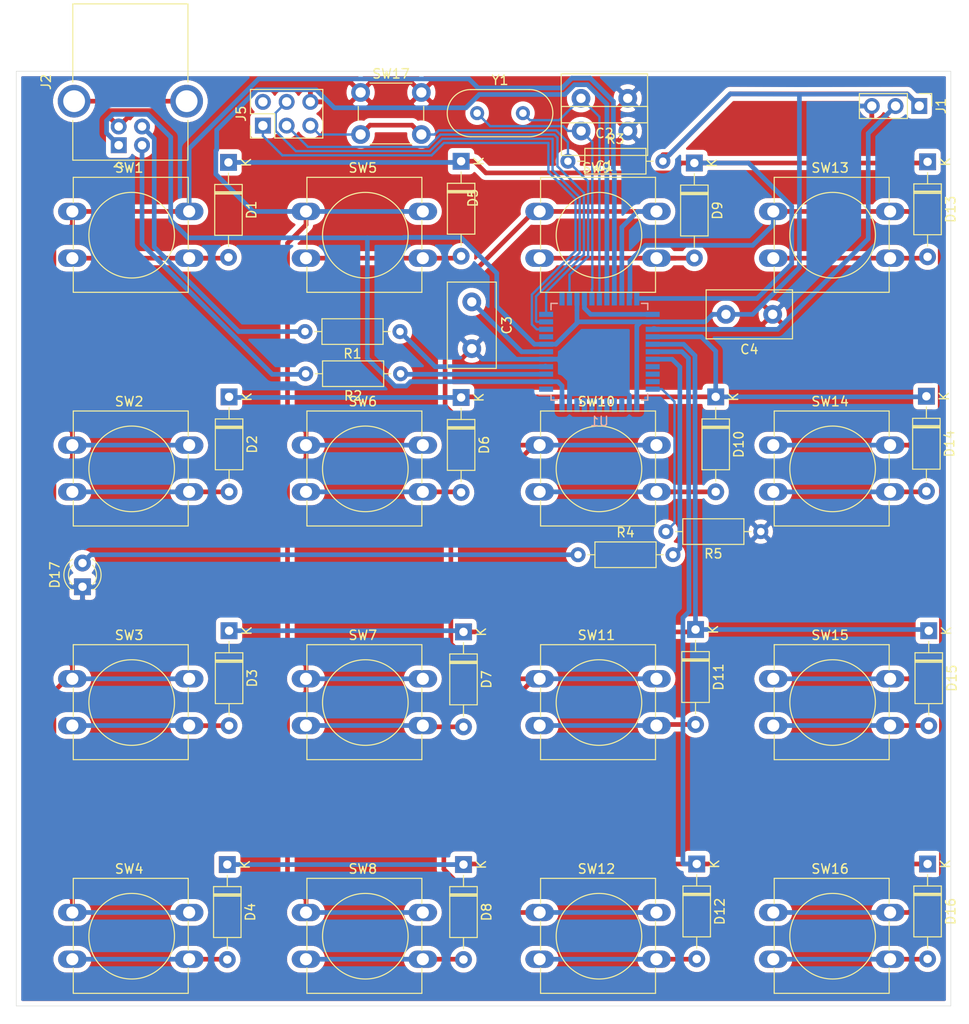
<source format=kicad_pcb>
(kicad_pcb (version 20171130) (host pcbnew "(5.1.8)-1")
  (layers (0 F.Cu signal) (31 B.Cu signal) (34 B.Paste user) (35 F.Paste user) (36 B.SilkS user hide) (37 F.SilkS user) (38 B.Mask user hide) (39 F.Mask user hide) (44 Edge.Cuts user))
  (net 0 "")
  (net 1 "Net-(U1-Pad42)")
  (net 2 "Net-(D1-Pad2)")
  (net 3 D7)
  (net 4 "Net-(D2-Pad2)")
  (net 5 "Net-(D3-Pad2)")
  (net 6 "Net-(D4-Pad2)")
  (net 7 "Net-(D5-Pad2)")
  (net 8 "Net-(D6-Pad2)")
  (net 9 "Net-(D7-Pad2)")
  (net 10 "Net-(D8-Pad2)")
  (net 11 "Net-(D9-Pad2)")
  (net 12 "Net-(D10-Pad2)")
  (net 13 "Net-(D11-Pad2)")
  (net 14 "Net-(D12-Pad2)")
  (net 15 "Net-(D13-Pad2)")
  (net 16 "Net-(D14-Pad2)")
  (net 17 "Net-(D15-Pad2)")
  (net 18 "Net-(D16-Pad2)")
  (net 19 D3)
  (net 20 D4)
  (net 21 D5)
  (net 22 D6)
  (net 23 D0)
  (net 24 D1)
  (net 25 D2)
  (net 26 GND)
  (net 27 B0)
  (net 28 +5V)
  (net 29 C7)
  (net 30 C6)
  (net 31 B6)
  (net 32 B5)
  (net 33 B4)
  (net 34 B7)
  (net 35 B3)
  (net 36 B2)
  (net 37 B1)
  (net 38 F0)
  (net 39 F1)
  (net 40 F4)
  (net 41 F5)
  (net 42 F6)
  (net 43 F7)
  (net 44 E2)
  (net 45 "Net-(J2-Pad5)")
  (net 46 "Net-(J2-Pad3)")
  (net 47 "Net-(J2-Pad2)")
  (net 48 E6)
  (net 49 Reset)
  (net 50 "Net-(R1-Pad1)")
  (net 51 "Net-(C1-Pad2)")
  (net 52 "Net-(C2-Pad2)")
  (net 53 "Net-(J5-Pad2)")
  (net 54 "Net-(C3-Pad1)")
  (net 55 "Net-(D17-Pad2)")
  (net 56 "Net-(R2-Pad1)")
  (module Resistor_THT:R_Axial_DIN0207_L6.3mm_D2.5mm_P10.16mm_Horizontal (layer F.Cu) (at 129.667 99.2505 180)
    (fp_text reference R5 (at 5.08 -2.37) (layer F.SilkS))
    (fp_text value 1k)
    (pad 2 thru_hole oval (at 10.16 0 180) (size 1.6 1.6) (drill 0.8) (layers *.Cu *.Mask) (net 44 E2))
    (pad 1 thru_hole circle (at 0 0 180) (size 1.6 1.6) (drill 0.8) (layers *.Cu *.Mask) (net 26 GND))
  )
  (module Resistor_THT:R_Axial_DIN0207_L6.3mm_D2.5mm_P10.16mm_Horizontal (layer F.Cu) (at 110.109 101.727)
    (fp_text reference R4 (at 5.08 -2.37) (layer F.SilkS))
    (fp_text value 1k)
    (pad 2 thru_hole oval (at 10.16 0) (size 1.6 1.6) (drill 0.8) (layers *.Cu *.Mask) (net 32 B5))
    (pad 1 thru_hole circle (at 0 0) (size 1.6 1.6) (drill 0.8) (layers *.Cu *.Mask) (net 55 "Net-(D17-Pad2)"))
  )
  (module LED_THT:LED_D3.0mm (layer F.Cu) (at 57.0865 105.156 90)
    (fp_text reference D17 (at 1.27 -2.96 90) (layer F.SilkS))
    (fp_text value LED)
    (pad 2 thru_hole circle (at 2.54 0 90) (size 1.8 1.8) (drill 0.9) (layers *.Cu *.Mask) (net 55 "Net-(D17-Pad2)"))
    (pad 1 thru_hole rect (at 0 0 90) (size 1.8 1.8) (drill 0.9) (layers *.Cu *.Mask) (net 26 GND))
  )
  (module Capacitor_THT:C_Disc_D9.0mm_W5.0mm_P5.00mm (layer F.Cu) (at 130.937 76.0095 180)
    (fp_text reference C4 (at 2.5 -3.75) (layer F.SilkS))
    (fp_text value 1uF)
    (pad 2 thru_hole circle (at 5 0 180) (size 2 2) (drill 1) (layers *.Cu *.Mask) (net 28 +5V))
    (pad 1 thru_hole circle (at 0 0 180) (size 2 2) (drill 1) (layers *.Cu *.Mask) (net 26 GND))
  )
  (module Capacitor_THT:C_Disc_D9.0mm_W5.0mm_P5.00mm (layer F.Cu) (at 98.7425 74.676 270)
    (fp_text reference C3 (at 2.5 -3.75 90) (layer F.SilkS))
    (fp_text value C)
    (pad 2 thru_hole circle (at 5 0 270) (size 2 2) (drill 1) (layers *.Cu *.Mask) (net 26 GND))
    (pad 1 thru_hole circle (at 0 0 270) (size 2 2) (drill 1) (layers *.Cu *.Mask) (net 54 "Net-(C3-Pad1)"))
  )
  (module Button_Switch_THT:SW_PUSH_6mm (layer F.Cu) (at 86.845 52.269)
    (fp_text reference SW17 (at 3.25 -2) (layer F.SilkS))
    (fp_text value SW)
    (pad 1 thru_hole circle (at 6.5 0 90) (size 2 2) (drill 1.1) (layers *.Cu *.Mask) (net 26 GND))
    (pad 2 thru_hole circle (at 6.5 4.5 90) (size 2 2) (drill 1.1) (layers *.Cu *.Mask) (net 49 Reset))
    (pad 1 thru_hole circle (at 0 0 90) (size 2 2) (drill 1.1) (layers *.Cu *.Mask) (net 26 GND))
    (pad 2 thru_hole circle (at 0 4.5 90) (size 2 2) (drill 1.1) (layers *.Cu *.Mask) (net 49 Reset))
  )
  (module Resistor_THT:R_Axial_DIN0207_L6.3mm_D2.5mm_P10.16mm_Horizontal (layer F.Cu) (at 109.0295 59.6265)
    (fp_text reference R3 (at 5.08 -2.37) (layer F.SilkS))
    (fp_text value 10K)
    (pad 2 thru_hole oval (at 10.16 0) (size 1.6 1.6) (drill 0.8) (layers *.Cu *.Mask) (net 28 +5V))
    (pad 1 thru_hole circle (at 0 0) (size 1.6 1.6) (drill 0.8) (layers *.Cu *.Mask) (net 49 Reset))
  )
  (module Crystal:Crystal_HC18-U_Vertical (layer F.Cu) (at 99.314 54.483)
    (fp_text reference Y1 (at 2.45 -3.525) (layer F.SilkS))
    (fp_text value Crystal)
    (pad 2 thru_hole circle (at 4.9 0) (size 1.5 1.5) (drill 0.8) (layers *.Cu *.Mask) (net 52 "Net-(C2-Pad2)"))
    (pad 1 thru_hole circle (at 0 0) (size 1.5 1.5) (drill 0.8) (layers *.Cu *.Mask) (net 51 "Net-(C1-Pad2)"))
  )
  (module Capacitor_THT:C_Disc_D9.0mm_W5.0mm_P5.00mm (layer F.Cu) (at 115.4265 52.8955 180)
    (fp_text reference C2 (at 2.5 -3.75) (layer F.SilkS))
    (fp_text value 22pF)
    (pad 2 thru_hole circle (at 5 0 180) (size 2 2) (drill 1) (layers *.Cu *.Mask) (net 52 "Net-(C2-Pad2)"))
    (pad 1 thru_hole circle (at 0 0 180) (size 2 2) (drill 1) (layers *.Cu *.Mask) (net 26 GND))
  )
  (module Capacitor_THT:C_Disc_D9.0mm_W5.0mm_P5.00mm (layer F.Cu) (at 115.443 56.388 180)
    (fp_text reference C1 (at 2.5 -3.75) (layer F.SilkS))
    (fp_text value 22pF)
    (pad 2 thru_hole circle (at 5 0 180) (size 2 2) (drill 1) (layers *.Cu *.Mask) (net 51 "Net-(C1-Pad2)"))
    (pad 1 thru_hole circle (at 0 0 180) (size 2 2) (drill 1) (layers *.Cu *.Mask) (net 26 GND))
  )
  (module Resistor_THT:R_Axial_DIN0207_L6.3mm_D2.5mm_P10.16mm_Horizontal (layer F.Cu) (at 91.1225 82.3595 180)
    (fp_text reference R2 (at 5.08 -2.37) (layer F.SilkS))
    (fp_text value 22R)
    (pad 2 thru_hole oval (at 10.16 0 180) (size 1.6 1.6) (drill 0.8) (layers *.Cu *.Mask) (net 47 "Net-(J2-Pad2)"))
    (pad 1 thru_hole circle (at 0 0 180) (size 1.6 1.6) (drill 0.8) (layers *.Cu *.Mask) (net 56 "Net-(R2-Pad1)"))
  )
  (module Resistor_THT:R_Axial_DIN0207_L6.3mm_D2.5mm_P10.16mm_Horizontal (layer F.Cu) (at 91.059 77.851 180)
    (fp_text reference R1 (at 5.08 -2.37) (layer F.SilkS))
    (fp_text value 22R)
    (pad 2 thru_hole oval (at 10.16 0 180) (size 1.6 1.6) (drill 0.8) (layers *.Cu *.Mask) (net 46 "Net-(J2-Pad3)"))
    (pad 1 thru_hole circle (at 0 0 180) (size 1.6 1.6) (drill 0.8) (layers *.Cu *.Mask) (net 50 "Net-(R1-Pad1)"))
  )
  (module Connector_PinHeader_2.54mm:PinHeader_2x03_P2.54mm_Vertical (layer F.Cu) (at 76.3905 55.8165 90)
    (fp_text reference J5 (at 1.27 -2.33 90) (layer F.SilkS))
    (fp_text value Conn_02x03_Odd_Even)
    (pad 6 thru_hole oval (at 2.54 5.08 90) (size 1.7 1.7) (drill 1) (layers *.Cu *.Mask) (net 26 GND))
    (pad 5 thru_hole oval (at 0 5.08 90) (size 1.7 1.7) (drill 1) (layers *.Cu *.Mask) (net 49 Reset))
    (pad 4 thru_hole oval (at 2.54 2.54 90) (size 1.7 1.7) (drill 1) (layers *.Cu *.Mask) (net 36 B2))
    (pad 3 thru_hole oval (at 0 2.54 90) (size 1.7 1.7) (drill 1) (layers *.Cu *.Mask) (net 35 B3))
    (pad 2 thru_hole oval (at 2.54 0 90) (size 1.7 1.7) (drill 1) (layers *.Cu *.Mask) (net 53 "Net-(J5-Pad2)"))
    (pad 1 thru_hole rect (at 0 0 90) (size 1.7 1.7) (drill 1) (layers *.Cu *.Mask) (net 37 B1))
  )
  (module Connector_USB:USB_B_OST_USB-B1HSxx_Horizontal (layer F.Cu) (at 60.96 57.912 90)
    (fp_text reference J2 (at 6.76 -7.77 90) (layer F.SilkS))
    (fp_text value USB_B)
    (pad 5 thru_hole circle (at 4.71 7.27 90) (size 3.5 3.5) (drill 2.33) (layers *.Cu *.Mask) (net 45 "Net-(J2-Pad5)"))
    (pad 5 thru_hole circle (at 4.71 -4.77 90) (size 3.5 3.5) (drill 2.33) (layers *.Cu *.Mask) (net 45 "Net-(J2-Pad5)"))
    (pad 4 thru_hole circle (at 2 0 90) (size 1.7 1.7) (drill 0.92) (layers *.Cu *.Mask) (net 26 GND))
    (pad 3 thru_hole circle (at 2 2.5 90) (size 1.7 1.7) (drill 0.92) (layers *.Cu *.Mask) (net 46 "Net-(J2-Pad3)"))
    (pad 2 thru_hole circle (at 0 2.5 90) (size 1.7 1.7) (drill 0.92) (layers *.Cu *.Mask) (net 47 "Net-(J2-Pad2)"))
    (pad 1 thru_hole rect (at 0 0 90) (size 1.7 1.7) (drill 0.92) (layers *.Cu *.Mask) (net 28 +5V))
  )
  (module Connector_PinHeader_2.54mm:PinHeader_1x03_P2.54mm_Vertical (layer F.Cu) (at 146.6215 53.721 270)
    (fp_text reference J1 (at 0 -2.33 90) (layer F.SilkS))
    (fp_text value Conn_01x03)
    (pad 3 thru_hole oval (at 0 5.08 270) (size 1.7 1.7) (drill 1) (layers *.Cu *.Mask) (net 26 GND))
    (pad 2 thru_hole oval (at 0 2.54 270) (size 1.7 1.7) (drill 1) (layers *.Cu *.Mask) (net 20 D4))
    (pad 1 thru_hole rect (at 0 0 270) (size 1.7 1.7) (drill 1) (layers *.Cu *.Mask) (net 28 +5V))
  )
  (module Button_Switch_THT:SW_PUSH-12mm (layer F.Cu) (at 106 90)
    (fp_text reference SW10 (at 6.08 -4.66) (layer F.SilkS))
    (fp_text value SW_DIP_x01)
    (pad 2 thru_hole oval (at 0 5) (size 3.048 1.85) (drill 1.3) (layers *.Cu *.Mask) (net 12 "Net-(D10-Pad2)"))
    (pad 1 thru_hole oval (at 0 0) (size 3.048 1.85) (drill 1.3) (layers *.Cu *.Mask) (net 25 D2))
    (pad 2 thru_hole oval (at 12.5 5) (size 3.048 1.85) (drill 1.3) (layers *.Cu *.Mask) (net 12 "Net-(D10-Pad2)"))
    (pad 1 thru_hole oval (at 12.5 0) (size 3.048 1.85) (drill 1.3) (layers *.Cu *.Mask) (net 25 D2))
  )
  (module Button_Switch_THT:SW_PUSH-12mm (layer F.Cu) (at 81 90)
    (fp_text reference SW6 (at 6.08 -4.66) (layer F.SilkS))
    (fp_text value SW_DIP_x01)
    (pad 2 thru_hole oval (at 0 5) (size 3.048 1.85) (drill 1.3) (layers *.Cu *.Mask) (net 8 "Net-(D6-Pad2)"))
    (pad 1 thru_hole oval (at 0 0) (size 3.048 1.85) (drill 1.3) (layers *.Cu *.Mask) (net 23 D0))
    (pad 2 thru_hole oval (at 12.5 5) (size 3.048 1.85) (drill 1.3) (layers *.Cu *.Mask) (net 8 "Net-(D6-Pad2)"))
    (pad 1 thru_hole oval (at 12.5 0) (size 3.048 1.85) (drill 1.3) (layers *.Cu *.Mask) (net 23 D0))
  )
  (module Diode_THT:D_A-405_P10.16mm_Horizontal (layer F.Cu) (at 147.5105 134.8105 270)
    (fp_text reference D16 (at 5.08 -2.47 90) (layer F.SilkS))
    (fp_text value D)
    (fp_text user K (at 0 -1.9 90) (layer F.SilkS))
    (pad 2 thru_hole oval (at 10.16 0 270) (size 1.8 1.8) (drill 0.9) (layers *.Cu *.Mask) (net 18 "Net-(D16-Pad2)"))
    (pad 1 thru_hole rect (at 0 0 270) (size 1.8 1.8) (drill 0.9) (layers *.Cu *.Mask) (net 33 B4))
  )
  (module Diode_THT:D_A-405_P10.16mm_Horizontal (layer F.Cu) (at 147.6375 109.855 270)
    (fp_text reference D15 (at 5.08 -2.47 90) (layer F.SilkS))
    (fp_text value D)
    (fp_text user K (at 0 -1.9 90) (layer F.SilkS))
    (pad 2 thru_hole oval (at 10.16 0 270) (size 1.8 1.8) (drill 0.9) (layers *.Cu *.Mask) (net 17 "Net-(D15-Pad2)"))
    (pad 1 thru_hole rect (at 0 0 270) (size 1.8 1.8) (drill 0.9) (layers *.Cu *.Mask) (net 3 D7))
  )
  (module Diode_THT:D_A-405_P10.16mm_Horizontal (layer F.Cu) (at 147.3835 84.7725 270)
    (fp_text reference D14 (at 5.08 -2.47 90) (layer F.SilkS))
    (fp_text value D)
    (fp_text user K (at 0 -1.9 90) (layer F.SilkS))
    (pad 2 thru_hole oval (at 10.16 0 270) (size 1.8 1.8) (drill 0.9) (layers *.Cu *.Mask) (net 16 "Net-(D14-Pad2)"))
    (pad 1 thru_hole rect (at 0 0 270) (size 1.8 1.8) (drill 0.9) (layers *.Cu *.Mask) (net 22 D6))
  )
  (module Diode_THT:D_A-405_P10.16mm_Horizontal (layer F.Cu) (at 147.5105 59.69 270)
    (fp_text reference D13 (at 5.08 -2.47 90) (layer F.SilkS))
    (fp_text value D)
    (fp_text user K (at 0 -1.9 90) (layer F.SilkS))
    (pad 2 thru_hole oval (at 10.16 0 270) (size 1.8 1.8) (drill 0.9) (layers *.Cu *.Mask) (net 15 "Net-(D13-Pad2)"))
    (pad 1 thru_hole rect (at 0 0 270) (size 1.8 1.8) (drill 0.9) (layers *.Cu *.Mask) (net 21 D5))
  )
  (module Diode_THT:D_A-405_P10.16mm_Horizontal (layer F.Cu) (at 122.809 134.8105 270)
    (fp_text reference D12 (at 5.08 -2.47 90) (layer F.SilkS))
    (fp_text value D)
    (fp_text user K (at 0 -1.9 90) (layer F.SilkS))
    (pad 2 thru_hole oval (at 10.16 0 270) (size 1.8 1.8) (drill 0.9) (layers *.Cu *.Mask) (net 14 "Net-(D12-Pad2)"))
    (pad 1 thru_hole rect (at 0 0 270) (size 1.8 1.8) (drill 0.9) (layers *.Cu *.Mask) (net 33 B4))
  )
  (module Diode_THT:D_A-405_P10.16mm_Horizontal (layer F.Cu) (at 122.682 109.728 270)
    (fp_text reference D11 (at 5.08 -2.47 90) (layer F.SilkS))
    (fp_text value D)
    (fp_text user K (at 0 -1.9 90) (layer F.SilkS))
    (pad 2 thru_hole oval (at 10.16 0 270) (size 1.8 1.8) (drill 0.9) (layers *.Cu *.Mask) (net 13 "Net-(D11-Pad2)"))
    (pad 1 thru_hole rect (at 0 0 270) (size 1.8 1.8) (drill 0.9) (layers *.Cu *.Mask) (net 3 D7))
  )
  (module Diode_THT:D_A-405_P10.16mm_Horizontal (layer F.Cu) (at 124.841 84.836 270)
    (fp_text reference D10 (at 5.08 -2.47 90) (layer F.SilkS))
    (fp_text value D)
    (fp_text user K (at 0 -1.9 90) (layer F.SilkS))
    (pad 2 thru_hole oval (at 10.16 0 270) (size 1.8 1.8) (drill 0.9) (layers *.Cu *.Mask) (net 12 "Net-(D10-Pad2)"))
    (pad 1 thru_hole rect (at 0 0 270) (size 1.8 1.8) (drill 0.9) (layers *.Cu *.Mask) (net 22 D6))
  )
  (module Diode_THT:D_A-405_P10.16mm_Horizontal (layer F.Cu) (at 122.555 59.817 270)
    (fp_text reference D9 (at 5.08 -2.47 90) (layer F.SilkS))
    (fp_text value D)
    (fp_text user K (at 0 -1.9 90) (layer F.SilkS))
    (pad 2 thru_hole oval (at 10.16 0 270) (size 1.8 1.8) (drill 0.9) (layers *.Cu *.Mask) (net 11 "Net-(D9-Pad2)"))
    (pad 1 thru_hole rect (at 0 0 270) (size 1.8 1.8) (drill 0.9) (layers *.Cu *.Mask) (net 21 D5))
  )
  (module Diode_THT:D_A-405_P10.16mm_Horizontal (layer F.Cu) (at 97.8535 134.874 270)
    (fp_text reference D8 (at 5.08 -2.47 90) (layer F.SilkS))
    (fp_text value D)
    (fp_text user K (at 0 -1.9 90) (layer F.SilkS))
    (pad 2 thru_hole oval (at 10.16 0 270) (size 1.8 1.8) (drill 0.9) (layers *.Cu *.Mask) (net 10 "Net-(D8-Pad2)"))
    (pad 1 thru_hole rect (at 0 0 270) (size 1.8 1.8) (drill 0.9) (layers *.Cu *.Mask) (net 33 B4))
  )
  (module Diode_THT:D_A-405_P10.16mm_Horizontal (layer F.Cu) (at 97.8535 109.982 270)
    (fp_text reference D7 (at 5.08 -2.47 90) (layer F.SilkS))
    (fp_text value D)
    (fp_text user K (at 0 -1.9 90) (layer F.SilkS))
    (pad 2 thru_hole oval (at 10.16 0 270) (size 1.8 1.8) (drill 0.9) (layers *.Cu *.Mask) (net 9 "Net-(D7-Pad2)"))
    (pad 1 thru_hole rect (at 0 0 270) (size 1.8 1.8) (drill 0.9) (layers *.Cu *.Mask) (net 3 D7))
  )
  (module Diode_THT:D_A-405_P10.16mm_Horizontal (layer F.Cu) (at 97.5995 84.8995 270)
    (fp_text reference D6 (at 5.08 -2.47 90) (layer F.SilkS))
    (fp_text value D)
    (fp_text user K (at 0 -1.9 90) (layer F.SilkS))
    (pad 2 thru_hole oval (at 10.16 0 270) (size 1.8 1.8) (drill 0.9) (layers *.Cu *.Mask) (net 8 "Net-(D6-Pad2)"))
    (pad 1 thru_hole rect (at 0 0 270) (size 1.8 1.8) (drill 0.9) (layers *.Cu *.Mask) (net 22 D6))
  )
  (module Diode_THT:D_A-405_P10.16mm_Horizontal (layer F.Cu) (at 97.5995 59.6265 270)
    (fp_text reference D5 (at 3.937 -1.27 90) (layer F.SilkS))
    (fp_text value D)
    (fp_text user K (at 0 -1.9 90) (layer F.SilkS))
    (pad 2 thru_hole oval (at 10.16 0 270) (size 1.8 1.8) (drill 0.9) (layers *.Cu *.Mask) (net 7 "Net-(D5-Pad2)"))
    (pad 1 thru_hole rect (at 0 0 270) (size 1.8 1.8) (drill 0.9) (layers *.Cu *.Mask) (net 21 D5))
  )
  (module Diode_THT:D_A-405_P10.16mm_Horizontal (layer F.Cu) (at 72.5805 134.874 270)
    (fp_text reference D4 (at 5.08 -2.47 90) (layer F.SilkS))
    (fp_text value D)
    (fp_text user K (at 0 -1.9 90) (layer F.SilkS))
    (pad 2 thru_hole oval (at 10.16 0 270) (size 1.8 1.8) (drill 0.9) (layers *.Cu *.Mask) (net 6 "Net-(D4-Pad2)"))
    (pad 1 thru_hole rect (at 0 0 270) (size 1.8 1.8) (drill 0.9) (layers *.Cu *.Mask) (net 33 B4))
  )
  (module Diode_THT:D_A-405_P10.16mm_Horizontal (layer F.Cu) (at 72.771 109.855 270)
    (fp_text reference D3 (at 5.08 -2.47 90) (layer F.SilkS))
    (fp_text value D)
    (fp_text user K (at 0 -1.9 90) (layer F.SilkS))
    (pad 2 thru_hole oval (at 10.16 0 270) (size 1.8 1.8) (drill 0.9) (layers *.Cu *.Mask) (net 5 "Net-(D3-Pad2)"))
    (pad 1 thru_hole rect (at 0 0 270) (size 1.8 1.8) (drill 0.9) (layers *.Cu *.Mask) (net 3 D7))
  )
  (module Diode_THT:D_A-405_P10.16mm_Horizontal (layer F.Cu) (at 72.771 84.836 270)
    (fp_text reference D2 (at 5.08 -2.47 90) (layer F.SilkS))
    (fp_text value D)
    (fp_text user K (at 0 -1.9 90) (layer F.SilkS))
    (pad 2 thru_hole oval (at 10.16 0 270) (size 1.8 1.8) (drill 0.9) (layers *.Cu *.Mask) (net 4 "Net-(D2-Pad2)"))
    (pad 1 thru_hole rect (at 0 0 270) (size 1.8 1.8) (drill 0.9) (layers *.Cu *.Mask) (net 22 D6))
  )
  (module Diode_THT:D_A-405_P10.16mm_Horizontal (layer F.Cu) (at 72.7075 59.7535 270)
    (fp_text reference D1 (at 5.08 -2.47 90) (layer F.SilkS))
    (fp_text value D)
    (fp_text user K (at 0 -1.9 90) (layer F.SilkS))
    (pad 2 thru_hole oval (at 10.16 0 270) (size 1.8 1.8) (drill 0.9) (layers *.Cu *.Mask) (net 2 "Net-(D1-Pad2)"))
    (pad 1 thru_hole rect (at 0 0 270) (size 1.8 1.8) (drill 0.9) (layers *.Cu *.Mask) (net 21 D5))
  )
  (module Button_Switch_THT:SW_PUSH-12mm (layer F.Cu) (at 131 65)
    (fp_text reference SW13 (at 6.08 -4.66) (layer F.SilkS))
    (fp_text value SW_DIP_x01)
    (pad 2 thru_hole oval (at 0 5) (size 3.048 1.85) (drill 1.3) (layers *.Cu *.Mask) (net 15 "Net-(D13-Pad2)"))
    (pad 1 thru_hole oval (at 0 0) (size 3.048 1.85) (drill 1.3) (layers *.Cu *.Mask) (net 19 D3))
    (pad 2 thru_hole oval (at 12.5 5) (size 3.048 1.85) (drill 1.3) (layers *.Cu *.Mask) (net 15 "Net-(D13-Pad2)"))
    (pad 1 thru_hole oval (at 12.5 0) (size 3.048 1.85) (drill 1.3) (layers *.Cu *.Mask) (net 19 D3))
  )
  (module Button_Switch_THT:SW_PUSH-12mm (layer F.Cu) (at 131 140)
    (fp_text reference SW16 (at 6.08 -4.66) (layer F.SilkS))
    (fp_text value SW_DIP_x01)
    (pad 2 thru_hole oval (at 0 5) (size 3.048 1.85) (drill 1.3) (layers *.Cu *.Mask) (net 18 "Net-(D16-Pad2)"))
    (pad 1 thru_hole oval (at 0 0) (size 3.048 1.85) (drill 1.3) (layers *.Cu *.Mask) (net 19 D3))
    (pad 2 thru_hole oval (at 12.5 5) (size 3.048 1.85) (drill 1.3) (layers *.Cu *.Mask) (net 18 "Net-(D16-Pad2)"))
    (pad 1 thru_hole oval (at 12.5 0) (size 3.048 1.85) (drill 1.3) (layers *.Cu *.Mask) (net 19 D3))
  )
  (module Button_Switch_THT:SW_PUSH-12mm (layer F.Cu) (at 131 115)
    (fp_text reference SW15 (at 6.08 -4.66) (layer F.SilkS))
    (fp_text value SW_DIP_x01)
    (pad 2 thru_hole oval (at 0 5) (size 3.048 1.85) (drill 1.3) (layers *.Cu *.Mask) (net 17 "Net-(D15-Pad2)"))
    (pad 1 thru_hole oval (at 0 0) (size 3.048 1.85) (drill 1.3) (layers *.Cu *.Mask) (net 19 D3))
    (pad 2 thru_hole oval (at 12.5 5) (size 3.048 1.85) (drill 1.3) (layers *.Cu *.Mask) (net 17 "Net-(D15-Pad2)"))
    (pad 1 thru_hole oval (at 12.5 0) (size 3.048 1.85) (drill 1.3) (layers *.Cu *.Mask) (net 19 D3))
  )
  (module Button_Switch_THT:SW_PUSH-12mm (layer F.Cu) (at 131 90)
    (fp_text reference SW14 (at 6.08 -4.66) (layer F.SilkS))
    (fp_text value SW_DIP_x01)
    (pad 2 thru_hole oval (at 0 5) (size 3.048 1.85) (drill 1.3) (layers *.Cu *.Mask) (net 16 "Net-(D14-Pad2)"))
    (pad 1 thru_hole oval (at 0 0) (size 3.048 1.85) (drill 1.3) (layers *.Cu *.Mask) (net 19 D3))
    (pad 2 thru_hole oval (at 12.5 5) (size 3.048 1.85) (drill 1.3) (layers *.Cu *.Mask) (net 16 "Net-(D14-Pad2)"))
    (pad 1 thru_hole oval (at 12.5 0) (size 3.048 1.85) (drill 1.3) (layers *.Cu *.Mask) (net 19 D3))
  )
  (module Button_Switch_THT:SW_PUSH-12mm (layer F.Cu) (at 106 140)
    (fp_text reference SW12 (at 6.08 -4.66) (layer F.SilkS))
    (fp_text value SW_DIP_x01)
    (pad 2 thru_hole oval (at 0 5) (size 3.048 1.85) (drill 1.3) (layers *.Cu *.Mask) (net 14 "Net-(D12-Pad2)"))
    (pad 1 thru_hole oval (at 0 0) (size 3.048 1.85) (drill 1.3) (layers *.Cu *.Mask) (net 25 D2))
    (pad 2 thru_hole oval (at 12.5 5) (size 3.048 1.85) (drill 1.3) (layers *.Cu *.Mask) (net 14 "Net-(D12-Pad2)"))
    (pad 1 thru_hole oval (at 12.5 0) (size 3.048 1.85) (drill 1.3) (layers *.Cu *.Mask) (net 25 D2))
  )
  (module Button_Switch_THT:SW_PUSH-12mm (layer F.Cu) (at 106 115)
    (fp_text reference SW11 (at 6.08 -4.66) (layer F.SilkS))
    (fp_text value SW_DIP_x01)
    (pad 2 thru_hole oval (at 0 5) (size 3.048 1.85) (drill 1.3) (layers *.Cu *.Mask) (net 13 "Net-(D11-Pad2)"))
    (pad 1 thru_hole oval (at 0 0) (size 3.048 1.85) (drill 1.3) (layers *.Cu *.Mask) (net 25 D2))
    (pad 2 thru_hole oval (at 12.5 5) (size 3.048 1.85) (drill 1.3) (layers *.Cu *.Mask) (net 13 "Net-(D11-Pad2)"))
    (pad 1 thru_hole oval (at 12.5 0) (size 3.048 1.85) (drill 1.3) (layers *.Cu *.Mask) (net 25 D2))
  )
  (module Button_Switch_THT:SW_PUSH-12mm (layer F.Cu) (at 106 65)
    (fp_text reference SW9 (at 6.08 -4.66) (layer F.SilkS))
    (fp_text value SW_DIP_x01)
    (pad 2 thru_hole oval (at 0 5) (size 3.048 1.85) (drill 1.3) (layers *.Cu *.Mask) (net 11 "Net-(D9-Pad2)"))
    (pad 1 thru_hole oval (at 0 0) (size 3.048 1.85) (drill 1.3) (layers *.Cu *.Mask) (net 25 D2))
    (pad 2 thru_hole oval (at 12.5 5) (size 3.048 1.85) (drill 1.3) (layers *.Cu *.Mask) (net 11 "Net-(D9-Pad2)"))
    (pad 1 thru_hole oval (at 12.5 0) (size 3.048 1.85) (drill 1.3) (layers *.Cu *.Mask) (net 25 D2))
  )
  (module Button_Switch_THT:SW_PUSH-12mm (layer F.Cu) (at 81 140)
    (fp_text reference SW8 (at 6.08 -4.66) (layer F.SilkS))
    (fp_text value SW_DIP_x01)
    (pad 2 thru_hole oval (at 0 5) (size 3.048 1.85) (drill 1.3) (layers *.Cu *.Mask) (net 10 "Net-(D8-Pad2)"))
    (pad 1 thru_hole oval (at 0 0) (size 3.048 1.85) (drill 1.3) (layers *.Cu *.Mask) (net 23 D0))
    (pad 2 thru_hole oval (at 12.5 5) (size 3.048 1.85) (drill 1.3) (layers *.Cu *.Mask) (net 10 "Net-(D8-Pad2)"))
    (pad 1 thru_hole oval (at 12.5 0) (size 3.048 1.85) (drill 1.3) (layers *.Cu *.Mask) (net 23 D0))
  )
  (module Package_QFP:TQFP-44_10x10mm_P0.8mm (layer B.Cu) (at 112.395 80.01)
    (fp_text reference U1 (at 0 7.45) (layer B.SilkS) (effects (justify mirror)))
    (fp_text value ATmega32U4-AU)
    (pad 44 smd rect (at -4 5.7 270) (size 1.5 0.55) (layers B.Cu B.Paste B.Mask) (net 28 +5V))
    (pad 43 smd rect (at -3.2 5.7 270) (size 1.5 0.55) (layers B.Cu B.Paste B.Mask) (net 26 GND))
    (pad 42 smd rect (at -2.4 5.7 270) (size 1.5 0.55) (layers B.Cu B.Paste B.Mask) (net 1 "Net-(U1-Pad42)"))
    (pad 41 smd rect (at -1.6 5.7 270) (size 1.5 0.55) (layers B.Cu B.Paste B.Mask) (net 38 F0))
    (pad 40 smd rect (at -0.8 5.7 270) (size 1.5 0.55) (layers B.Cu B.Paste B.Mask) (net 39 F1))
    (pad 39 smd rect (at 0 5.7 270) (size 1.5 0.55) (layers B.Cu B.Paste B.Mask) (net 40 F4))
    (pad 38 smd rect (at 0.8 5.7 270) (size 1.5 0.55) (layers B.Cu B.Paste B.Mask) (net 41 F5))
    (pad 37 smd rect (at 1.6 5.7 270) (size 1.5 0.55) (layers B.Cu B.Paste B.Mask) (net 42 F6))
    (pad 36 smd rect (at 2.4 5.7 270) (size 1.5 0.55) (layers B.Cu B.Paste B.Mask) (net 43 F7))
    (pad 35 smd rect (at 3.2 5.7 270) (size 1.5 0.55) (layers B.Cu B.Paste B.Mask) (net 26 GND))
    (pad 34 smd rect (at 4 5.7 270) (size 1.5 0.55) (layers B.Cu B.Paste B.Mask) (net 28 +5V))
    (pad 33 smd rect (at 5.7 4) (size 1.5 0.55) (layers B.Cu B.Paste B.Mask) (net 44 E2))
    (pad 32 smd rect (at 5.7 3.2) (size 1.5 0.55) (layers B.Cu B.Paste B.Mask) (net 29 C7))
    (pad 31 smd rect (at 5.7 2.4) (size 1.5 0.55) (layers B.Cu B.Paste B.Mask) (net 30 C6))
    (pad 30 smd rect (at 5.7 1.6) (size 1.5 0.55) (layers B.Cu B.Paste B.Mask) (net 31 B6))
    (pad 29 smd rect (at 5.7 0.8) (size 1.5 0.55) (layers B.Cu B.Paste B.Mask) (net 32 B5))
    (pad 28 smd rect (at 5.7 0) (size 1.5 0.55) (layers B.Cu B.Paste B.Mask) (net 33 B4))
    (pad 27 smd rect (at 5.7 -0.8) (size 1.5 0.55) (layers B.Cu B.Paste B.Mask) (net 3 D7))
    (pad 26 smd rect (at 5.7 -1.6) (size 1.5 0.55) (layers B.Cu B.Paste B.Mask) (net 22 D6))
    (pad 25 smd rect (at 5.7 -2.4) (size 1.5 0.55) (layers B.Cu B.Paste B.Mask) (net 20 D4))
    (pad 24 smd rect (at 5.7 -3.2) (size 1.5 0.55) (layers B.Cu B.Paste B.Mask) (net 28 +5V))
    (pad 23 smd rect (at 5.7 -4) (size 1.5 0.55) (layers B.Cu B.Paste B.Mask) (net 26 GND))
    (pad 22 smd rect (at 4 -5.7 270) (size 1.5 0.55) (layers B.Cu B.Paste B.Mask) (net 21 D5))
    (pad 21 smd rect (at 3.2 -5.7 270) (size 1.5 0.55) (layers B.Cu B.Paste B.Mask) (net 19 D3))
    (pad 20 smd rect (at 2.4 -5.7 270) (size 1.5 0.55) (layers B.Cu B.Paste B.Mask) (net 25 D2))
    (pad 19 smd rect (at 1.6 -5.7 270) (size 1.5 0.55) (layers B.Cu B.Paste B.Mask) (net 24 D1))
    (pad 18 smd rect (at 0.8 -5.7 270) (size 1.5 0.55) (layers B.Cu B.Paste B.Mask) (net 23 D0))
    (pad 17 smd rect (at 0 -5.7 270) (size 1.5 0.55) (layers B.Cu B.Paste B.Mask) (net 52 "Net-(C2-Pad2)"))
    (pad 16 smd rect (at -0.8 -5.7 270) (size 1.5 0.55) (layers B.Cu B.Paste B.Mask) (net 51 "Net-(C1-Pad2)"))
    (pad 15 smd rect (at -1.6 -5.7 270) (size 1.5 0.55) (layers B.Cu B.Paste B.Mask) (net 26 GND))
    (pad 14 smd rect (at -2.4 -5.7 270) (size 1.5 0.55) (layers B.Cu B.Paste B.Mask) (net 28 +5V))
    (pad 13 smd rect (at -3.2 -5.7 270) (size 1.5 0.55) (layers B.Cu B.Paste B.Mask) (net 49 Reset))
    (pad 12 smd rect (at -4 -5.7 270) (size 1.5 0.55) (layers B.Cu B.Paste B.Mask) (net 34 B7))
    (pad 11 smd rect (at -5.7 -4) (size 1.5 0.55) (layers B.Cu B.Paste B.Mask) (net 35 B3))
    (pad 10 smd rect (at -5.7 -3.2) (size 1.5 0.55) (layers B.Cu B.Paste B.Mask) (net 36 B2))
    (pad 9 smd rect (at -5.7 -2.4) (size 1.5 0.55) (layers B.Cu B.Paste B.Mask) (net 37 B1))
    (pad 8 smd rect (at -5.7 -1.6) (size 1.5 0.55) (layers B.Cu B.Paste B.Mask) (net 27 B0))
    (pad 7 smd rect (at -5.7 -0.8) (size 1.5 0.55) (layers B.Cu B.Paste B.Mask) (net 28 +5V))
    (pad 6 smd rect (at -5.7 0) (size 1.5 0.55) (layers B.Cu B.Paste B.Mask) (net 54 "Net-(C3-Pad1)"))
    (pad 5 smd rect (at -5.7 0.8) (size 1.5 0.55) (layers B.Cu B.Paste B.Mask) (net 26 GND))
    (pad 4 smd rect (at -5.7 1.6) (size 1.5 0.55) (layers B.Cu B.Paste B.Mask) (net 50 "Net-(R1-Pad1)"))
    (pad 3 smd rect (at -5.7 2.4) (size 1.5 0.55) (layers B.Cu B.Paste B.Mask) (net 56 "Net-(R2-Pad1)"))
    (pad 2 smd rect (at -5.7 3.2) (size 1.5 0.55) (layers B.Cu B.Paste B.Mask) (net 28 +5V))
    (pad 1 smd rect (at -5.7 4) (size 1.5 0.55) (layers B.Cu B.Paste B.Mask) (net 48 E6))
  )
  (module Button_Switch_THT:SW_PUSH-12mm (layer F.Cu) (at 81 115)
    (fp_text reference SW7 (at 6.08 -4.66) (layer F.SilkS))
    (fp_text value SW_DIP_x01)
    (pad 2 thru_hole oval (at 0 5) (size 3.048 1.85) (drill 1.3) (layers *.Cu *.Mask) (net 9 "Net-(D7-Pad2)"))
    (pad 1 thru_hole oval (at 0 0) (size 3.048 1.85) (drill 1.3) (layers *.Cu *.Mask) (net 23 D0))
    (pad 2 thru_hole oval (at 12.5 5) (size 3.048 1.85) (drill 1.3) (layers *.Cu *.Mask) (net 9 "Net-(D7-Pad2)"))
    (pad 1 thru_hole oval (at 12.5 0) (size 3.048 1.85) (drill 1.3) (layers *.Cu *.Mask) (net 23 D0))
  )
  (module Button_Switch_THT:SW_PUSH-12mm (layer F.Cu) (at 81 65)
    (fp_text reference SW5 (at 6.08 -4.66) (layer F.SilkS))
    (fp_text value SW_DIP_x01)
    (pad 2 thru_hole oval (at 0 5) (size 3.048 1.85) (drill 1.3) (layers *.Cu *.Mask) (net 7 "Net-(D5-Pad2)"))
    (pad 1 thru_hole oval (at 0 0) (size 3.048 1.85) (drill 1.3) (layers *.Cu *.Mask) (net 23 D0))
    (pad 2 thru_hole oval (at 12.5 5) (size 3.048 1.85) (drill 1.3) (layers *.Cu *.Mask) (net 7 "Net-(D5-Pad2)"))
    (pad 1 thru_hole oval (at 12.5 0) (size 3.048 1.85) (drill 1.3) (layers *.Cu *.Mask) (net 23 D0))
  )
  (module Button_Switch_THT:SW_PUSH-12mm (layer F.Cu) (at 56 140)
    (fp_text reference SW4 (at 6.08 -4.66) (layer F.SilkS))
    (fp_text value SW_DIP_x01)
    (pad 2 thru_hole oval (at 0 5) (size 3.048 1.85) (drill 1.3) (layers *.Cu *.Mask) (net 6 "Net-(D4-Pad2)"))
    (pad 1 thru_hole oval (at 0 0) (size 3.048 1.85) (drill 1.3) (layers *.Cu *.Mask) (net 24 D1))
    (pad 2 thru_hole oval (at 12.5 5) (size 3.048 1.85) (drill 1.3) (layers *.Cu *.Mask) (net 6 "Net-(D4-Pad2)"))
    (pad 1 thru_hole oval (at 12.5 0) (size 3.048 1.85) (drill 1.3) (layers *.Cu *.Mask) (net 24 D1))
  )
  (module Button_Switch_THT:SW_PUSH-12mm (layer F.Cu) (at 56 115)
    (fp_text reference SW3 (at 6.08 -4.66) (layer F.SilkS))
    (fp_text value SW_DIP_x01)
    (pad 2 thru_hole oval (at 0 5) (size 3.048 1.85) (drill 1.3) (layers *.Cu *.Mask) (net 5 "Net-(D3-Pad2)"))
    (pad 1 thru_hole oval (at 0 0) (size 3.048 1.85) (drill 1.3) (layers *.Cu *.Mask) (net 24 D1))
    (pad 2 thru_hole oval (at 12.5 5) (size 3.048 1.85) (drill 1.3) (layers *.Cu *.Mask) (net 5 "Net-(D3-Pad2)"))
    (pad 1 thru_hole oval (at 12.5 0) (size 3.048 1.85) (drill 1.3) (layers *.Cu *.Mask) (net 24 D1))
  )
  (module Button_Switch_THT:SW_PUSH-12mm (layer F.Cu) (at 56 90)
    (fp_text reference SW2 (at 6.08 -4.66) (layer F.SilkS))
    (fp_text value SW_DIP_x01)
    (pad 2 thru_hole oval (at 0 5) (size 3.048 1.85) (drill 1.3) (layers *.Cu *.Mask) (net 4 "Net-(D2-Pad2)"))
    (pad 1 thru_hole oval (at 0 0) (size 3.048 1.85) (drill 1.3) (layers *.Cu *.Mask) (net 24 D1))
    (pad 2 thru_hole oval (at 12.5 5) (size 3.048 1.85) (drill 1.3) (layers *.Cu *.Mask) (net 4 "Net-(D2-Pad2)"))
    (pad 1 thru_hole oval (at 12.5 0) (size 3.048 1.85) (drill 1.3) (layers *.Cu *.Mask) (net 24 D1))
  )
  (module Button_Switch_THT:SW_PUSH-12mm (layer F.Cu) (at 56 65)
    (fp_text reference SW1 (at 6.08 -4.66) (layer F.SilkS))
    (fp_text value SW_DIP_x01)
    (pad 2 thru_hole oval (at 0 5) (size 3.048 1.85) (drill 1.3) (layers *.Cu *.Mask) (net 2 "Net-(D1-Pad2)"))
    (pad 1 thru_hole oval (at 0 0) (size 3.048 1.85) (drill 1.3) (layers *.Cu *.Mask) (net 24 D1))
    (pad 2 thru_hole oval (at 12.5 5) (size 3.048 1.85) (drill 1.3) (layers *.Cu *.Mask) (net 2 "Net-(D1-Pad2)"))
    (pad 1 thru_hole oval (at 12.5 0) (size 3.048 1.85) (drill 1.3) (layers *.Cu *.Mask) (net 24 D1))
  )
  (gr_line (start 50 50) (end 50 150) (layer Edge.Cuts) (width 0.05))
  (gr_line (start 50 150) (end 150 150) (layer Edge.Cuts) (width 0.05))
  (gr_line (start 150 50) (end 150 150) (layer Edge.Cuts) (width 0.05))
  (gr_line (start 50 50) (end 150 50) (layer Edge.Cuts) (width 0.05))
  (segment (start 68.5 70) (end 70.524 70) (width 0.5) (layer F.Cu) (net 2))
  (segment (start 72.621 70) (end 72.7075 69.9135) (width 0.5) (layer F.Cu) (net 2))
  (segment (start 68.5 70) (end 72.621 70) (width 0.5) (layer F.Cu) (net 2))
  (segment (start 58.024 70) (end 68.5 70) (width 0.5) (layer F.Cu) (net 2))
  (segment (start 56 70) (end 58.024 70) (width 0.5) (layer F.Cu) (net 2))
  (segment (start 97.7265 109.855) (end 97.8535 109.982) (width 0.5) (layer F.Cu) (net 3))
  (segment (start 122.428 109.982) (end 122.682 109.728) (width 0.5) (layer F.Cu) (net 3))
  (segment (start 97.8535 109.982) (end 122.428 109.982) (width 0.5) (layer F.Cu) (net 3))
  (segment (start 147.5105 109.728) (end 147.6375 109.855) (width 0.5) (layer F.Cu) (net 3))
  (segment (start 97.7265 109.855) (end 97.8535 109.982) (width 0.5) (layer B.Cu) (net 3))
  (segment (start 72.771 109.855) (end 97.7265 109.855) (width 0.5) (layer B.Cu) (net 3))
  (segment (start 122.6185 80.417038) (end 122.6185 80.4545) (width 0.5) (layer B.Cu) (net 3))
  (segment (start 121.411462 79.21) (end 122.6185 80.417038) (width 0.5) (layer B.Cu) (net 3))
  (segment (start 118.095 79.21) (end 121.411462 79.21) (width 0.5) (layer B.Cu) (net 3))
  (segment (start 122.682 109.728) (end 122.6185 80.4545) (width 0.5) (layer B.Cu) (net 3))
  (segment (start 147.5105 109.728) (end 147.6375 109.855) (width 0.5) (layer B.Cu) (net 3))
  (segment (start 122.682 109.728) (end 147.5105 109.728) (width 0.5) (layer B.Cu) (net 3))
  (segment (start 72.767 95) (end 72.771 94.996) (width 0.5) (layer F.Cu) (net 4))
  (segment (start 68.5 95) (end 72.767 95) (width 0.5) (layer F.Cu) (net 4))
  (segment (start 56 95) (end 68.5 95) (width 0.5) (layer B.Cu) (net 4))
  (segment (start 68.515 120.015) (end 68.5 120) (width 0.5) (layer F.Cu) (net 5))
  (segment (start 72.771 120.015) (end 68.515 120.015) (width 0.5) (layer F.Cu) (net 5))
  (segment (start 56 120) (end 68.5 120) (width 0.5) (layer B.Cu) (net 5))
  (segment (start 72.5465 145) (end 72.5805 145.034) (width 0.5) (layer F.Cu) (net 6))
  (segment (start 68.5 145) (end 72.5465 145) (width 0.5) (layer F.Cu) (net 6))
  (segment (start 56 145) (end 68.5 145) (width 0.5) (layer B.Cu) (net 6))
  (segment (start 97.386 70) (end 97.5995 69.7865) (width 0.5) (layer F.Cu) (net 7))
  (segment (start 93.5 70) (end 97.386 70) (width 0.5) (layer F.Cu) (net 7))
  (segment (start 81 70) (end 93.5 70) (width 0.5) (layer F.Cu) (net 7))
  (segment (start 97.54 95) (end 97.5995 95.0595) (width 0.5) (layer F.Cu) (net 8))
  (segment (start 93.5 95) (end 97.54 95) (width 0.5) (layer F.Cu) (net 8))
  (segment (start 81 95) (end 93.5 95) (width 0.5) (layer B.Cu) (net 8))
  (segment (start 93.642 120.142) (end 93.5 120) (width 0.5) (layer F.Cu) (net 9))
  (segment (start 97.8535 120.142) (end 93.642 120.142) (width 0.5) (layer F.Cu) (net 9))
  (segment (start 81 120) (end 93.5 120) (width 0.5) (layer B.Cu) (net 9))
  (segment (start 97.8195 145) (end 97.8535 145.034) (width 0.5) (layer F.Cu) (net 10))
  (segment (start 93.5 145) (end 97.8195 145) (width 0.5) (layer F.Cu) (net 10))
  (segment (start 81 145) (end 93.5 145) (width 0.5) (layer B.Cu) (net 10))
  (segment (start 118.5 70) (end 120.524 70) (width 0.5) (layer F.Cu) (net 11))
  (segment (start 118.5 70) (end 122.659 70) (width 0.5) (layer F.Cu) (net 11))
  (segment (start 122.636 69.977) (end 122.555 69.977) (width 0.5) (layer F.Cu) (net 11))
  (segment (start 122.659 70) (end 122.636 69.977) (width 0.5) (layer F.Cu) (net 11))
  (segment (start 106 70) (end 118.5 70) (width 0.5) (layer F.Cu) (net 11))
  (segment (start 118.5 95) (end 120.524 95) (width 0.5) (layer F.Cu) (net 12))
  (segment (start 118.5 95) (end 124.71 95) (width 0.5) (layer F.Cu) (net 12))
  (segment (start 124.714 94.996) (end 124.841 94.996) (width 0.5) (layer F.Cu) (net 12))
  (segment (start 124.71 95) (end 124.714 94.996) (width 0.5) (layer F.Cu) (net 12))
  (segment (start 106 95) (end 118.5 95) (width 0.5) (layer B.Cu) (net 12))
  (segment (start 118.612 119.888) (end 118.5 120) (width 0.5) (layer F.Cu) (net 13))
  (segment (start 122.682 119.888) (end 118.612 119.888) (width 0.5) (layer F.Cu) (net 13))
  (segment (start 108.024 120) (end 118.5 120) (width 0.5) (layer B.Cu) (net 13))
  (segment (start 106 120) (end 108.024 120) (width 0.5) (layer B.Cu) (net 13))
  (segment (start 122.7795 145) (end 122.809 144.9705) (width 0.5) (layer F.Cu) (net 14))
  (segment (start 118.5 145) (end 122.7795 145) (width 0.5) (layer F.Cu) (net 14))
  (segment (start 106 145) (end 118.5 145) (width 0.5) (layer B.Cu) (net 14))
  (segment (start 147.3605 70) (end 147.5105 69.85) (width 0.5) (layer F.Cu) (net 15))
  (segment (start 143.5 70) (end 147.3605 70) (width 0.5) (layer F.Cu) (net 15))
  (segment (start 133.024 70) (end 143.5 70) (width 0.5) (layer F.Cu) (net 15))
  (segment (start 131 70) (end 133.024 70) (width 0.5) (layer F.Cu) (net 15))
  (segment (start 147.316 95) (end 147.3835 94.9325) (width 0.5) (layer F.Cu) (net 16))
  (segment (start 143.5 95) (end 147.316 95) (width 0.5) (layer F.Cu) (net 16))
  (segment (start 131 95) (end 143.5 95) (width 0.5) (layer B.Cu) (net 16))
  (segment (start 147.6225 120) (end 147.6375 120.015) (width 0.5) (layer F.Cu) (net 17))
  (segment (start 143.5 120) (end 147.6225 120) (width 0.5) (layer F.Cu) (net 17))
  (segment (start 131 120) (end 143.5 120) (width 0.5) (layer B.Cu) (net 17))
  (segment (start 147.481 145) (end 147.5105 144.9705) (width 0.5) (layer F.Cu) (net 18))
  (segment (start 143.5 145) (end 147.481 145) (width 0.5) (layer F.Cu) (net 18))
  (segment (start 133.024 145) (end 143.5 145) (width 0.5) (layer B.Cu) (net 18))
  (segment (start 131 145) (end 133.024 145) (width 0.5) (layer B.Cu) (net 18))
  (segment (start 148.860501 68.336501) (end 148.860501 86.663499) (width 0.5) (layer F.Cu) (net 19))
  (segment (start 145.524 65) (end 148.860501 68.336501) (width 0.5) (layer F.Cu) (net 19))
  (segment (start 148.860501 86.663499) (end 145.524 90) (width 0.5) (layer F.Cu) (net 19))
  (segment (start 143.5 65) (end 145.524 65) (width 0.5) (layer F.Cu) (net 19))
  (segment (start 148.987501 93.463501) (end 148.987501 111.536499) (width 0.5) (layer F.Cu) (net 19))
  (segment (start 145.524 90) (end 148.987501 93.463501) (width 0.5) (layer F.Cu) (net 19))
  (segment (start 148.987501 111.536499) (end 145.524 115) (width 0.5) (layer F.Cu) (net 19))
  (segment (start 143.5 90) (end 145.524 90) (width 0.5) (layer F.Cu) (net 19))
  (segment (start 148.987501 136.536499) (end 145.524 140) (width 0.5) (layer F.Cu) (net 19))
  (segment (start 148.987501 118.463501) (end 148.987501 136.536499) (width 0.5) (layer F.Cu) (net 19))
  (segment (start 145.524 115) (end 148.987501 118.463501) (width 0.5) (layer F.Cu) (net 19))
  (segment (start 145.524 140) (end 143.5 140) (width 0.5) (layer F.Cu) (net 19))
  (segment (start 143.5 115) (end 145.524 115) (width 0.5) (layer F.Cu) (net 19))
  (segment (start 115.669999 74.235001) (end 115.595 74.31) (width 0.5) (layer B.Cu) (net 19))
  (segment (start 115.669999 70.286444) (end 115.669999 74.235001) (width 0.5) (layer B.Cu) (net 19))
  (segment (start 117.331453 68.62499) (end 115.669999 70.286444) (width 0.5) (layer B.Cu) (net 19))
  (segment (start 128.80001 68.62499) (end 117.331453 68.62499) (width 0.5) (layer B.Cu) (net 19))
  (segment (start 131 66.425) (end 128.80001 68.62499) (width 0.5) (layer B.Cu) (net 19))
  (segment (start 131 65) (end 131 66.425) (width 0.5) (layer B.Cu) (net 19))
  (segment (start 131 140) (end 143.5 140) (width 0.5) (layer B.Cu) (net 19))
  (segment (start 133.024 65) (end 143.5 65) (width 0.5) (layer F.Cu) (net 19))
  (segment (start 131 65) (end 133.024 65) (width 0.5) (layer F.Cu) (net 19))
  (segment (start 131 90) (end 143.5 90) (width 0.5) (layer B.Cu) (net 19))
  (segment (start 131 115) (end 143.5 115) (width 0.5) (layer B.Cu) (net 19))
  (segment (start 118.377 77.61) (end 118.302001 77.535001) (width 0.5) (layer B.Cu) (net 20))
  (segment (start 118.169999 77.535001) (end 118.095 77.61) (width 0.5) (layer B.Cu) (net 20))
  (segment (start 118.302001 77.535001) (end 118.169999 77.535001) (width 0.5) (layer B.Cu) (net 20))
  (segment (start 143.231501 54.570999) (end 144.0815 53.721) (width 0.5) (layer B.Cu) (net 20))
  (segment (start 141.1605 67.932002) (end 141.1605 56.642) (width 0.5) (layer B.Cu) (net 20))
  (segment (start 141.1605 56.642) (end 143.231501 54.570999) (width 0.5) (layer B.Cu) (net 20))
  (segment (start 131.482502 77.61) (end 141.1605 67.932002) (width 0.5) (layer B.Cu) (net 20))
  (segment (start 118.095 77.61) (end 131.482502 77.61) (width 0.5) (layer B.Cu) (net 20))
  (segment (start 97.4725 59.7535) (end 97.5995 59.6265) (width 0.5) (layer F.Cu) (net 21))
  (segment (start 122.3645 59.6265) (end 122.555 59.817) (width 0.5) (layer F.Cu) (net 21))
  (segment (start 147.3835 59.817) (end 147.5105 59.69) (width 0.5) (layer F.Cu) (net 21))
  (segment (start 122.555 59.817) (end 147.3835 59.817) (width 0.5) (layer F.Cu) (net 21))
  (segment (start 97.4725 59.7535) (end 97.5995 59.6265) (width 0.5) (layer B.Cu) (net 21))
  (segment (start 72.7075 59.7535) (end 97.4725 59.7535) (width 0.5) (layer B.Cu) (net 21))
  (segment (start 117.17 74.31) (end 116.395 74.31) (width 0.5) (layer B.Cu) (net 21))
  (segment (start 129.271 74.31) (end 117.17 74.31) (width 0.5) (layer B.Cu) (net 21))
  (segment (start 132.97401 70.60699) (end 129.271 74.31) (width 0.5) (layer B.Cu) (net 21))
  (segment (start 132.97401 64.430453) (end 132.97401 70.60699) (width 0.5) (layer B.Cu) (net 21))
  (segment (start 128.360557 59.817) (end 132.97401 64.430453) (width 0.5) (layer B.Cu) (net 21))
  (segment (start 122.555 59.817) (end 128.360557 59.817) (width 0.5) (layer B.Cu) (net 21))
  (segment (start 121.155 59.817) (end 122.555 59.817) (width 0.5) (layer F.Cu) (net 21))
  (segment (start 120.095499 60.876501) (end 121.155 59.817) (width 0.5) (layer F.Cu) (net 21))
  (segment (start 100.249501 60.876501) (end 120.095499 60.876501) (width 0.5) (layer F.Cu) (net 21))
  (segment (start 98.9995 59.6265) (end 100.249501 60.876501) (width 0.5) (layer F.Cu) (net 21))
  (segment (start 97.5995 59.6265) (end 98.9995 59.6265) (width 0.5) (layer F.Cu) (net 21))
  (segment (start 124.9045 84.7725) (end 124.841 84.836) (width 0.5) (layer F.Cu) (net 22))
  (segment (start 97.663 84.836) (end 97.5995 84.8995) (width 0.5) (layer F.Cu) (net 22))
  (segment (start 124.841 84.836) (end 97.663 84.836) (width 0.5) (layer F.Cu) (net 22))
  (segment (start 72.8345 84.8995) (end 72.771 84.836) (width 0.5) (layer F.Cu) (net 22))
  (segment (start 72.8345 84.8995) (end 72.771 84.836) (width 0.5) (layer B.Cu) (net 22))
  (segment (start 97.5995 84.8995) (end 72.8345 84.8995) (width 0.5) (layer B.Cu) (net 22))
  (segment (start 118.095 78.41) (end 123.3045 78.41) (width 0.5) (layer B.Cu) (net 22))
  (segment (start 123.3045 78.41) (end 124.841 79.9465) (width 0.5) (layer B.Cu) (net 22))
  (segment (start 124.841 84.836) (end 124.841 79.9465) (width 0.5) (layer B.Cu) (net 22))
  (segment (start 147.32 84.836) (end 147.3835 84.7725) (width 0.5) (layer B.Cu) (net 22))
  (segment (start 124.841 84.836) (end 147.32 84.836) (width 0.5) (layer B.Cu) (net 22))
  (segment (start 81 116.425) (end 81 115) (width 0.5) (layer F.Cu) (net 23))
  (segment (start 79.02599 118.39901) (end 81 116.425) (width 0.5) (layer F.Cu) (net 23))
  (segment (start 79.02599 136.60099) (end 79.02599 118.39901) (width 0.5) (layer F.Cu) (net 23))
  (segment (start 81 138.575) (end 79.02599 136.60099) (width 0.5) (layer F.Cu) (net 23))
  (segment (start 81 140) (end 81 138.575) (width 0.5) (layer F.Cu) (net 23))
  (segment (start 81 91.425) (end 81 90) (width 0.5) (layer F.Cu) (net 23))
  (segment (start 79.02599 93.39901) (end 81 91.425) (width 0.5) (layer F.Cu) (net 23))
  (segment (start 79.02599 111.60099) (end 79.02599 93.39901) (width 0.5) (layer F.Cu) (net 23))
  (segment (start 81 113.575) (end 79.02599 111.60099) (width 0.5) (layer F.Cu) (net 23))
  (segment (start 81 115) (end 81 113.575) (width 0.5) (layer F.Cu) (net 23))
  (segment (start 81 66.425) (end 81 65) (width 0.5) (layer F.Cu) (net 23))
  (segment (start 79.02599 68.39901) (end 81 66.425) (width 0.5) (layer F.Cu) (net 23))
  (segment (start 79.02599 86.60099) (end 79.02599 68.39901) (width 0.5) (layer F.Cu) (net 23))
  (segment (start 81 88.575) (end 79.02599 86.60099) (width 0.5) (layer F.Cu) (net 23))
  (segment (start 81 90) (end 81 88.575) (width 0.5) (layer F.Cu) (net 23))
  (segment (start 111.122501 51.445499) (end 113.195 53.517998) (width 0.5) (layer B.Cu) (net 23))
  (segment (start 109.730499 51.445499) (end 111.122501 51.445499) (width 0.5) (layer B.Cu) (net 23))
  (segment (start 108.691499 52.484499) (end 109.730499 51.445499) (width 0.5) (layer B.Cu) (net 23))
  (segment (start 113.195 60.946814) (end 113.195 74.31) (width 0.5) (layer B.Cu) (net 23))
  (segment (start 113.195 53.517998) (end 113.195 60.946814) (width 0.5) (layer B.Cu) (net 23))
  (segment (start 71.357499 61.013501) (end 71.357499 58.493499) (width 0.5) (layer B.Cu) (net 23))
  (segment (start 75.343998 65) (end 71.357499 61.013501) (width 0.5) (layer B.Cu) (net 23))
  (segment (start 81 65) (end 75.343998 65) (width 0.5) (layer B.Cu) (net 23))
  (segment (start 99.536501 52.484497) (end 108.691502 52.484497) (width 0.5) (layer B.Cu) (net 23))
  (segment (start 84.025001 53.906999) (end 98.113999 53.906999) (width 0.5) (layer B.Cu) (net 23))
  (segment (start 82.094501 51.976499) (end 84.025001 53.906999) (width 0.5) (layer B.Cu) (net 23))
  (segment (start 75.766499 51.976499) (end 82.094501 51.976499) (width 0.5) (layer B.Cu) (net 23))
  (segment (start 108.691502 52.484497) (end 108.9725 52.203499) (width 0.5) (layer B.Cu) (net 23))
  (segment (start 71.447499 56.295499) (end 75.766499 51.976499) (width 0.5) (layer B.Cu) (net 23))
  (segment (start 71.447499 58.403499) (end 71.447499 56.295499) (width 0.5) (layer B.Cu) (net 23))
  (segment (start 98.113999 53.906999) (end 99.536501 52.484497) (width 0.5) (layer B.Cu) (net 23))
  (segment (start 71.357499 58.493499) (end 71.447499 58.403499) (width 0.5) (layer B.Cu) (net 23))
  (segment (start 81 115) (end 93.5 115) (width 0.5) (layer B.Cu) (net 23))
  (segment (start 81 140) (end 93.5 140) (width 0.5) (layer B.Cu) (net 23))
  (segment (start 81 90) (end 93.5 90) (width 0.5) (layer B.Cu) (net 23))
  (segment (start 93.5 65) (end 81 65) (width 0.5) (layer B.Cu) (net 23))
  (segment (start 56 88.575) (end 56 90) (width 0.5) (layer F.Cu) (net 24))
  (segment (start 54.02599 86.60099) (end 56 88.575) (width 0.5) (layer F.Cu) (net 24))
  (segment (start 54.02599 68.39901) (end 54.02599 86.60099) (width 0.5) (layer F.Cu) (net 24))
  (segment (start 56 66.425) (end 54.02599 68.39901) (width 0.5) (layer F.Cu) (net 24))
  (segment (start 56 65) (end 56 66.425) (width 0.5) (layer F.Cu) (net 24))
  (segment (start 56 113.575) (end 56 115) (width 0.5) (layer F.Cu) (net 24))
  (segment (start 54.02599 111.60099) (end 56 113.575) (width 0.5) (layer F.Cu) (net 24))
  (segment (start 54.02599 93.39901) (end 54.02599 111.60099) (width 0.5) (layer F.Cu) (net 24))
  (segment (start 56 91.425) (end 54.02599 93.39901) (width 0.5) (layer F.Cu) (net 24))
  (segment (start 56 90) (end 56 91.425) (width 0.5) (layer F.Cu) (net 24))
  (segment (start 56 138.575) (end 56 140) (width 0.5) (layer F.Cu) (net 24))
  (segment (start 54.02599 136.60099) (end 56 138.575) (width 0.5) (layer F.Cu) (net 24))
  (segment (start 54.02599 116.37501) (end 54.02599 136.60099) (width 0.5) (layer F.Cu) (net 24))
  (segment (start 55.401 115) (end 54.02599 116.37501) (width 0.5) (layer F.Cu) (net 24))
  (segment (start 56 115) (end 55.401 115) (width 0.5) (layer F.Cu) (net 24))
  (segment (start 113.995 60.756851) (end 113.995 74.31) (width 0.5) (layer B.Cu) (net 24))
  (segment (start 113.89501 53.228045) (end 113.89501 60.656861) (width 0.5) (layer B.Cu) (net 24))
  (segment (start 99.409487 51.784487) (end 108.401545 51.784487) (width 0.5) (layer B.Cu) (net 24))
  (segment (start 109.440546 50.745489) (end 111.412454 50.745489) (width 0.5) (layer B.Cu) (net 24))
  (segment (start 108.401547 51.784489) (end 109.440546 50.745489) (width 0.5) (layer B.Cu) (net 24))
  (segment (start 108.401545 51.784487) (end 108.401547 51.784489) (width 0.5) (layer B.Cu) (net 24))
  (segment (start 98.443999 50.818999) (end 99.409487 51.784487) (width 0.5) (layer B.Cu) (net 24))
  (segment (start 113.89501 60.656861) (end 113.995 60.756851) (width 0.5) (layer B.Cu) (net 24))
  (segment (start 75.934036 50.818999) (end 98.443999 50.818999) (width 0.5) (layer B.Cu) (net 24))
  (segment (start 111.412454 50.745489) (end 113.89501 53.228045) (width 0.5) (layer B.Cu) (net 24))
  (segment (start 68.5 58.253035) (end 75.934036 50.818999) (width 0.5) (layer B.Cu) (net 24))
  (segment (start 68.5 65) (end 68.5 58.253035) (width 0.5) (layer B.Cu) (net 24))
  (segment (start 56 90) (end 68.5 90) (width 0.5) (layer B.Cu) (net 24))
  (segment (start 56 115) (end 68.5 115) (width 0.5) (layer B.Cu) (net 24))
  (segment (start 56 140) (end 68.5 140) (width 0.5) (layer B.Cu) (net 24))
  (segment (start 56 65) (end 68.5 65) (width 0.5) (layer F.Cu) (net 24))
  (segment (start 95.75349 124.64751) (end 105.401 115) (width 0.5) (layer F.Cu) (net 25))
  (segment (start 95.75349 135.383992) (end 95.75349 124.64751) (width 0.5) (layer F.Cu) (net 25))
  (segment (start 100.369498 140) (end 95.75349 135.383992) (width 0.5) (layer F.Cu) (net 25))
  (segment (start 105.401 115) (end 106 115) (width 0.5) (layer F.Cu) (net 25))
  (segment (start 106 140) (end 100.369498 140) (width 0.5) (layer F.Cu) (net 25))
  (segment (start 105.401 90) (end 106 90) (width 0.5) (layer F.Cu) (net 25))
  (segment (start 96.503499 98.897501) (end 105.401 90) (width 0.5) (layer F.Cu) (net 25))
  (segment (start 96.503499 111.242001) (end 96.503499 98.897501) (width 0.5) (layer F.Cu) (net 25))
  (segment (start 100.261498 115) (end 96.503499 111.242001) (width 0.5) (layer F.Cu) (net 25))
  (segment (start 106 115) (end 100.261498 115) (width 0.5) (layer F.Cu) (net 25))
  (segment (start 105.401 65) (end 106 65) (width 0.5) (layer F.Cu) (net 25))
  (segment (start 95.885 74.516) (end 105.401 65) (width 0.5) (layer F.Cu) (net 25))
  (segment (start 95.885 85.795002) (end 95.885 74.516) (width 0.5) (layer F.Cu) (net 25))
  (segment (start 100.089998 90) (end 95.885 85.795002) (width 0.5) (layer F.Cu) (net 25))
  (segment (start 106 90) (end 100.089998 90) (width 0.5) (layer F.Cu) (net 25))
  (segment (start 114.795 73.06) (end 114.795 74.31) (width 0.5) (layer B.Cu) (net 25))
  (segment (start 114.795 66.681) (end 114.795 73.06) (width 0.5) (layer B.Cu) (net 25))
  (segment (start 116.476 65) (end 114.795 66.681) (width 0.5) (layer B.Cu) (net 25))
  (segment (start 118.5 65) (end 116.476 65) (width 0.5) (layer B.Cu) (net 25))
  (segment (start 108.024 140) (end 118.5 140) (width 0.5) (layer B.Cu) (net 25))
  (segment (start 106 140) (end 108.024 140) (width 0.5) (layer B.Cu) (net 25))
  (segment (start 106 65) (end 118.5 65) (width 0.5) (layer F.Cu) (net 25))
  (segment (start 106 90) (end 118.5 90) (width 0.5) (layer B.Cu) (net 25))
  (segment (start 106 115) (end 118.5 115) (width 0.5) (layer B.Cu) (net 25))
  (segment (start 99.8765 80.81) (end 106.695 80.81) (width 0.5) (layer B.Cu) (net 26))
  (segment (start 98.7425 79.676) (end 99.8765 80.81) (width 0.5) (layer B.Cu) (net 26))
  (segment (start 107.945 80.81) (end 106.695 80.81) (width 0.5) (layer B.Cu) (net 26))
  (segment (start 109.195 82.06) (end 107.945 80.81) (width 0.5) (layer B.Cu) (net 26))
  (segment (start 109.195 85.71) (end 109.195 82.06) (width 0.5) (layer B.Cu) (net 26))
  (segment (start 106.695 80.81) (end 107.730002 80.81) (width 0.5) (layer B.Cu) (net 26))
  (segment (start 116.845 76.01) (end 118.095 76.01) (width 0.5) (layer B.Cu) (net 26))
  (segment (start 111.459998 76.01) (end 116.845 76.01) (width 0.5) (layer B.Cu) (net 26))
  (segment (start 110.795 75.345002) (end 111.459998 76.01) (width 0.5) (layer B.Cu) (net 26))
  (segment (start 110.795 74.31) (end 110.795 75.345002) (width 0.5) (layer B.Cu) (net 26))
  (segment (start 115.595 84.674998) (end 115.595 85.71) (width 0.5) (layer B.Cu) (net 26))
  (segment (start 115.430001 84.509999) (end 115.595 84.674998) (width 0.5) (layer B.Cu) (net 26))
  (segment (start 109.359999 84.509999) (end 115.430001 84.509999) (width 0.5) (layer B.Cu) (net 26))
  (segment (start 109.195 84.674998) (end 109.359999 84.509999) (width 0.5) (layer B.Cu) (net 26))
  (segment (start 109.195 85.71) (end 109.195 84.674998) (width 0.5) (layer B.Cu) (net 26))
  (segment (start 105.445 79.21) (end 106.695 79.21) (width 0.5) (layer B.Cu) (net 28))
  (segment (start 101.4095 71.598498) (end 101.4095 75.1745) (width 0.5) (layer B.Cu) (net 28))
  (segment (start 59.659999 56.611999) (end 59.659999 55.287999) (width 0.5) (layer B.Cu) (net 28))
  (segment (start 59.659999 55.287999) (end 60.335999 54.611999) (width 0.5) (layer B.Cu) (net 28))
  (segment (start 60.335999 54.611999) (end 64.084001 54.611999) (width 0.5) (layer B.Cu) (net 28))
  (segment (start 64.084001 54.611999) (end 66.52599 57.053988) (width 0.5) (layer B.Cu) (net 28))
  (segment (start 66.52599 65.95449) (end 68.3895 67.818) (width 0.5) (layer B.Cu) (net 28))
  (segment (start 60.96 57.912) (end 59.659999 56.611999) (width 0.5) (layer B.Cu) (net 28))
  (segment (start 91.44 67.818) (end 91.48297 67.77503) (width 0.5) (layer B.Cu) (net 28))
  (segment (start 91.48297 67.77503) (end 97.586032 67.77503) (width 0.5) (layer B.Cu) (net 28))
  (segment (start 97.586032 67.77503) (end 101.4095 71.598498) (width 0.5) (layer B.Cu) (net 28))
  (segment (start 66.52599 57.053988) (end 66.52599 65.95449) (width 0.5) (layer B.Cu) (net 28))
  (segment (start 101.4095 75.1745) (end 105.445 79.21) (width 0.5) (layer B.Cu) (net 28))
  (segment (start 123.722287 76.81) (end 119.345 76.81) (width 0.5) (layer B.Cu) (net 28))
  (segment (start 119.345 76.81) (end 118.095 76.81) (width 0.5) (layer B.Cu) (net 28))
  (segment (start 124.522787 76.0095) (end 123.722287 76.81) (width 0.5) (layer B.Cu) (net 28))
  (segment (start 125.937 76.0095) (end 124.522787 76.0095) (width 0.5) (layer B.Cu) (net 28))
  (segment (start 107.945 83.21) (end 106.695 83.21) (width 0.5) (layer B.Cu) (net 28))
  (segment (start 108.395 83.66) (end 107.945 83.21) (width 0.5) (layer B.Cu) (net 28))
  (segment (start 108.395 85.71) (end 108.395 83.66) (width 0.5) (layer B.Cu) (net 28))
  (segment (start 116.845 76.81) (end 118.095 76.81) (width 0.5) (layer B.Cu) (net 28))
  (segment (start 116.395 85.71) (end 116.395 77.26) (width 0.5) (layer B.Cu) (net 28))
  (segment (start 109.995 75.56) (end 109.995 74.31) (width 0.5) (layer B.Cu) (net 28))
  (segment (start 109.995 76.945002) (end 109.995 75.56) (width 0.5) (layer B.Cu) (net 28))
  (segment (start 107.730002 79.21) (end 109.995 76.945002) (width 0.5) (layer B.Cu) (net 28))
  (segment (start 116.395 77.26) (end 116.845 76.81) (width 0.5) (layer B.Cu) (net 28))
  (segment (start 107.730002 79.21) (end 106.695 79.21) (width 0.5) (layer B.Cu) (net 28))
  (segment (start 110.130002 76.81) (end 107.730002 79.21) (width 0.5) (layer B.Cu) (net 28))
  (segment (start 118.095 76.81) (end 110.130002 76.81) (width 0.5) (layer B.Cu) (net 28))
  (segment (start 119.989499 58.826501) (end 119.1895 59.6265) (width 0.5) (layer B.Cu) (net 28))
  (segment (start 126.395001 52.420999) (end 119.989499 58.826501) (width 0.5) (layer B.Cu) (net 28))
  (segment (start 146.6215 53.721) (end 145.321499 52.420999) (width 0.5) (layer B.Cu) (net 28))
  (segment (start 119.88951 58.92649) (end 119.1895 58.92649) (width 0.5) (layer F.Cu) (net 28))
  (segment (start 126.395001 52.420999) (end 119.88951 58.92649) (width 0.5) (layer F.Cu) (net 28))
  (segment (start 145.321499 52.420999) (end 126.395001 52.420999) (width 0.5) (layer F.Cu) (net 28))
  (segment (start 146.6215 53.721) (end 145.321499 52.420999) (width 0.5) (layer F.Cu) (net 28))
  (segment (start 87.5665 80.717002) (end 87.5665 67.818) (width 0.5) (layer B.Cu) (net 28))
  (segment (start 91.722501 83.673001) (end 90.522499 83.673001) (width 0.5) (layer B.Cu) (net 28))
  (segment (start 90.522499 83.673001) (end 87.5665 80.717002) (width 0.5) (layer B.Cu) (net 28))
  (segment (start 92.185502 83.21) (end 91.722501 83.673001) (width 0.5) (layer B.Cu) (net 28))
  (segment (start 106.695 83.21) (end 92.185502 83.21) (width 0.5) (layer B.Cu) (net 28))
  (segment (start 87.5665 67.818) (end 91.44 67.818) (width 0.5) (layer B.Cu) (net 28))
  (segment (start 68.3895 67.818) (end 87.5665 67.818) (width 0.5) (layer B.Cu) (net 28))
  (segment (start 128.790998 76.0095) (end 133.7945 71.005998) (width 0.5) (layer B.Cu) (net 28))
  (segment (start 125.937 76.0095) (end 128.790998 76.0095) (width 0.5) (layer B.Cu) (net 28))
  (segment (start 133.7945 71.005998) (end 133.7945 52.451) (width 0.5) (layer B.Cu) (net 28))
  (segment (start 133.7945 52.451) (end 126.395001 52.420999) (width 0.5) (layer B.Cu) (net 28))
  (segment (start 145.321499 52.420999) (end 133.7945 52.451) (width 0.5) (layer B.Cu) (net 28))
  (segment (start 121.005499 101.054001) (end 121.005499 81.635499) (width 0.5) (layer B.Cu) (net 32))
  (segment (start 120.2055 101.854) (end 121.005499 101.054001) (width 0.5) (layer B.Cu) (net 32))
  (segment (start 120.18 80.81) (end 118.095 80.81) (width 0.5) (layer B.Cu) (net 32))
  (segment (start 121.005499 81.635499) (end 120.18 80.81) (width 0.5) (layer B.Cu) (net 32))
  (segment (start 147.5105 134.8105) (end 122.809 134.8105) (width 0.5) (layer F.Cu) (net 33))
  (segment (start 97.917 134.8105) (end 97.8535 134.874) (width 0.5) (layer F.Cu) (net 33))
  (segment (start 122.809 134.8105) (end 97.917 134.8105) (width 0.5) (layer F.Cu) (net 33))
  (segment (start 97.8535 134.874) (end 72.5805 134.874) (width 0.5) (layer B.Cu) (net 33))
  (segment (start 121.331999 134.733499) (end 121.409 134.8105) (width 0.5) (layer B.Cu) (net 33))
  (segment (start 121.331999 108.467999) (end 121.331999 134.733499) (width 0.5) (layer B.Cu) (net 33))
  (segment (start 121.976998 107.823) (end 121.331999 108.467999) (width 0.5) (layer B.Cu) (net 33))
  (segment (start 121.409 134.8105) (end 122.809 134.8105) (width 0.5) (layer B.Cu) (net 33))
  (segment (start 121.98199 107.823) (end 121.976998 107.823) (width 0.5) (layer B.Cu) (net 33))
  (segment (start 121.2215 80.01) (end 121.92 80.7085) (width 0.5) (layer B.Cu) (net 33))
  (segment (start 118.095 80.01) (end 121.2215 80.01) (width 0.5) (layer B.Cu) (net 33))
  (segment (start 121.92 80.7085) (end 121.98199 107.823) (width 0.5) (layer B.Cu) (net 33))
  (segment (start 106.695 73.64359) (end 110.73849 69.6001) (width 0.25) (layer B.Cu) (net 35))
  (segment (start 106.695 76.01) (end 106.695 73.64359) (width 0.25) (layer B.Cu) (net 35))
  (segment (start 110.738489 69.600101) (end 110.679795 69.658795) (width 0.25) (layer B.Cu) (net 35))
  (segment (start 107.904499 57.105909) (end 107.904499 60.166501) (width 0.25) (layer B.Cu) (net 35))
  (segment (start 107.904499 60.166501) (end 110.738489 63.000491) (width 0.25) (layer B.Cu) (net 35))
  (segment (start 107.5731 56.77451) (end 107.904499 57.105909) (width 0.25) (layer B.Cu) (net 35))
  (segment (start 95.390113 56.77451) (end 107.5731 56.77451) (width 0.25) (layer B.Cu) (net 35))
  (segment (start 94.070622 58.094001) (end 95.390113 56.77451) (width 0.25) (layer B.Cu) (net 35))
  (segment (start 110.738489 63.000491) (end 110.738489 69.600101) (width 0.25) (layer B.Cu) (net 35))
  (segment (start 81.208001 58.094001) (end 94.070622 58.094001) (width 0.25) (layer B.Cu) (net 35))
  (segment (start 78.9305 55.8165) (end 81.208001 58.094001) (width 0.25) (layer B.Cu) (net 35))
  (segment (start 105.695 76.81) (end 106.695 76.81) (width 0.25) (layer B.Cu) (net 36))
  (segment (start 105.619999 76.734999) (end 105.695 76.81) (width 0.25) (layer B.Cu) (net 36))
  (segment (start 110.28848 63.48898) (end 110.28848 69.4137) (width 0.25) (layer B.Cu) (net 36))
  (segment (start 95.576513 57.22452) (end 107.3867 57.22452) (width 0.25) (layer B.Cu) (net 36))
  (segment (start 110.28848 69.4137) (end 105.619999 74.082181) (width 0.25) (layer B.Cu) (net 36))
  (segment (start 107.3867 57.22452) (end 107.3867 60.5872) (width 0.25) (layer B.Cu) (net 36))
  (segment (start 94.257022 58.544011) (end 95.576513 57.22452) (width 0.25) (layer B.Cu) (net 36))
  (segment (start 79.919009 58.544011) (end 94.257022 58.544011) (width 0.25) (layer B.Cu) (net 36))
  (segment (start 77.755499 56.380501) (end 79.919009 58.544011) (width 0.25) (layer B.Cu) (net 36))
  (segment (start 107.3867 60.5872) (end 110.28848 63.48898) (width 0.25) (layer B.Cu) (net 36))
  (segment (start 77.755499 54.451501) (end 77.755499 56.380501) (width 0.25) (layer B.Cu) (net 36))
  (segment (start 105.619999 74.082181) (end 105.619999 76.734999) (width 0.25) (layer B.Cu) (net 36))
  (segment (start 78.9305 53.2765) (end 77.755499 54.451501) (width 0.25) (layer B.Cu) (net 36))
  (segment (start 105.695 77.61) (end 106.695 77.61) (width 0.25) (layer B.Cu) (net 37))
  (segment (start 105.16999 73.89578) (end 105.16999 77.08499) (width 0.25) (layer B.Cu) (net 37))
  (segment (start 105.16999 77.08499) (end 105.695 77.61) (width 0.25) (layer B.Cu) (net 37))
  (segment (start 109.83847 69.2273) (end 105.16999 73.89578) (width 0.25) (layer B.Cu) (net 37))
  (segment (start 76.3905 56.9165) (end 76.3905 55.8165) (width 0.25) (layer B.Cu) (net 37))
  (segment (start 78.468021 58.994021) (end 76.3905 56.9165) (width 0.25) (layer B.Cu) (net 37))
  (segment (start 94.443422 58.994021) (end 78.468021 58.994021) (width 0.25) (layer B.Cu) (net 37))
  (segment (start 95.762913 57.67453) (end 94.443422 58.994021) (width 0.25) (layer B.Cu) (net 37))
  (segment (start 95.762913 57.67453) (end 106.93669 57.67453) (width 0.25) (layer B.Cu) (net 37))
  (segment (start 109.83847 63.67538) (end 109.83847 69.2273) (width 0.25) (layer B.Cu) (net 37))
  (segment (start 106.936691 60.773601) (end 109.83847 63.67538) (width 0.25) (layer B.Cu) (net 37))
  (segment (start 106.93669 57.67453) (end 106.936691 60.773601) (width 0.25) (layer B.Cu) (net 37))
  (segment (start 120.306999 98.450501) (end 119.507 99.2505) (width 0.25) (layer B.Cu) (net 44))
  (segment (start 120.430489 85.345489) (end 120.430489 98.327011) (width 0.25) (layer B.Cu) (net 44))
  (segment (start 120.430489 98.327011) (end 120.306999 98.450501) (width 0.25) (layer B.Cu) (net 44))
  (segment (start 119.095 84.01) (end 120.430489 85.345489) (width 0.25) (layer B.Cu) (net 44))
  (segment (start 118.095 84.01) (end 119.095 84.01) (width 0.25) (layer B.Cu) (net 44))
  (segment (start 56.19 53.202) (end 68.23 53.202) (width 0.5) (layer F.Cu) (net 45))
  (segment (start 64.760001 57.212001) (end 64.760001 68.803558) (width 0.5) (layer B.Cu) (net 46))
  (segment (start 63.46 55.912) (end 64.760001 57.212001) (width 0.5) (layer B.Cu) (net 46))
  (segment (start 73.807443 77.851) (end 80.899 77.851) (width 0.5) (layer B.Cu) (net 46))
  (segment (start 64.760001 68.803558) (end 73.807443 77.851) (width 0.5) (layer B.Cu) (net 46))
  (segment (start 77.38948 82.423) (end 80.9625 82.423) (width 0.5) (layer B.Cu) (net 47))
  (segment (start 63.46 68.49352) (end 77.38948 82.423) (width 0.5) (layer B.Cu) (net 47))
  (segment (start 63.46 57.912) (end 63.46 68.49352) (width 0.5) (layer B.Cu) (net 47))
  (segment (start 109.195 71.78) (end 109.195 74.31) (width 0.25) (layer B.Cu) (net 49))
  (segment (start 93.340581 56.3245) (end 93.277081 56.388) (width 0.25) (layer B.Cu) (net 49))
  (segment (start 94.759213 56.769) (end 93.345 56.769) (width 0.25) (layer B.Cu) (net 49))
  (segment (start 95.203713 56.3245) (end 94.759213 56.769) (width 0.25) (layer B.Cu) (net 49))
  (segment (start 107.7595 56.3245) (end 95.203713 56.3245) (width 0.25) (layer B.Cu) (net 49))
  (segment (start 82.423 56.769) (end 81.4705 55.8165) (width 0.25) (layer B.Cu) (net 49))
  (segment (start 86.845 56.769) (end 82.423 56.769) (width 0.25) (layer B.Cu) (net 49))
  (segment (start 109.0295 57.5945) (end 109.0295 59.6265) (width 0.25) (layer B.Cu) (net 49))
  (segment (start 107.7595 56.3245) (end 109.0295 57.5945) (width 0.25) (layer B.Cu) (net 49))
  (segment (start 111.188499 61.785499) (end 111.188499 69.849999) (width 0.25) (layer B.Cu) (net 49))
  (segment (start 109.0295 59.6265) (end 111.188499 61.785499) (width 0.25) (layer B.Cu) (net 49))
  (segment (start 111.1885 69.85) (end 109.195 71.78) (width 0.25) (layer B.Cu) (net 49))
  (segment (start 111.188499 69.849999) (end 111.1885 69.85) (width 0.25) (layer B.Cu) (net 49))
  (segment (start 111.1885 69.7865) (end 111.1885 69.85) (width 0.25) (layer B.Cu) (net 49))
  (segment (start 92.345001 55.769001) (end 93.345 56.769) (width 0.5) (layer F.Cu) (net 49))
  (segment (start 87.844999 55.769001) (end 92.345001 55.769001) (width 0.5) (layer F.Cu) (net 49))
  (segment (start 86.845 56.769) (end 87.844999 55.769001) (width 0.5) (layer F.Cu) (net 49))
  (segment (start 106.620001 81.535001) (end 106.695 81.61) (width 0.5) (layer B.Cu) (net 50))
  (segment (start 94.818 81.61) (end 106.695 81.61) (width 0.5) (layer B.Cu) (net 50))
  (segment (start 91.059 77.851) (end 94.818 81.61) (width 0.5) (layer B.Cu) (net 50))
  (segment (start 111.595 73.31) (end 111.595 74.31) (width 0.25) (layer B.Cu) (net 51))
  (segment (start 111.63851 73.26649) (end 111.595 73.31) (width 0.25) (layer B.Cu) (net 51))
  (segment (start 111.63851 57.58351) (end 111.63851 73.26649) (width 0.25) (layer B.Cu) (net 51))
  (segment (start 110.443 56.388) (end 111.63851 57.58351) (width 0.25) (layer B.Cu) (net 51))
  (segment (start 108.515278 55.874491) (end 109.028787 56.388) (width 0.25) (layer B.Cu) (net 51))
  (segment (start 100.705491 55.874491) (end 108.515278 55.874491) (width 0.25) (layer B.Cu) (net 51))
  (segment (start 109.028787 56.388) (end 110.443 56.388) (width 0.25) (layer B.Cu) (net 51))
  (segment (start 99.314 54.483) (end 100.705491 55.874491) (width 0.25) (layer B.Cu) (net 51))
  (segment (start 112.395 54.864) (end 112.395 74.31) (width 0.25) (layer B.Cu) (net 52))
  (segment (start 110.4265 52.8955) (end 112.395 54.864) (width 0.25) (layer B.Cu) (net 52))
  (segment (start 108.089001 55.232999) (end 108.9025 54.4195) (width 0.25) (layer B.Cu) (net 52))
  (segment (start 104.963999 55.232999) (end 108.089001 55.232999) (width 0.25) (layer B.Cu) (net 52))
  (segment (start 104.214 54.483) (end 104.963999 55.232999) (width 0.25) (layer B.Cu) (net 52))
  (segment (start 108.9025 54.4195) (end 110.4265 52.8955) (width 0.25) (layer B.Cu) (net 52))
  (segment (start 108.7755 54.5465) (end 108.9025 54.4195) (width 0.25) (layer B.Cu) (net 52))
  (segment (start 104.0765 80.01) (end 106.695 80.01) (width 0.5) (layer B.Cu) (net 54))
  (segment (start 98.7425 74.676) (end 104.0765 80.01) (width 0.5) (layer B.Cu) (net 54))
  (segment (start 57.9755 101.727) (end 57.0865 102.616) (width 0.5) (layer B.Cu) (net 55))
  (segment (start 110.109 101.727) (end 57.9755 101.727) (width 0.5) (layer B.Cu) (net 55))
  (segment (start 106.682 82.423) (end 106.695 82.41) (width 0.5) (layer B.Cu) (net 56))
  (segment (start 91.1225 82.423) (end 106.682 82.423) (width 0.5) (layer B.Cu) (net 56))
  (zone (net 26) (net_name GND) (layer F.Cu) (connect_pads (clearance 0.508)) (min_thickness 0.254) (fill yes (arc_segments 32) (thermal_gap 0.508) (thermal_bridge_width 0.508))
    (polygon (pts (xy 151.0665 151.8285) (xy 48.514 151.3205) (xy 48.9585 48.8315) (xy 151.5745 48.641)))
  )
  (zone (net 26) (net_name GND) (layer B.Cu) (connect_pads (clearance 0.508)) (min_thickness 0.254) (fill yes (arc_segments 32) (thermal_gap 0.508) (thermal_bridge_width 0.508))
    (polygon (pts (xy 151.9555 151.7015) (xy 48.26 151.9555) (xy 48.641 48.768) (xy 151.1935 48.3235)))
  )
)
</source>
